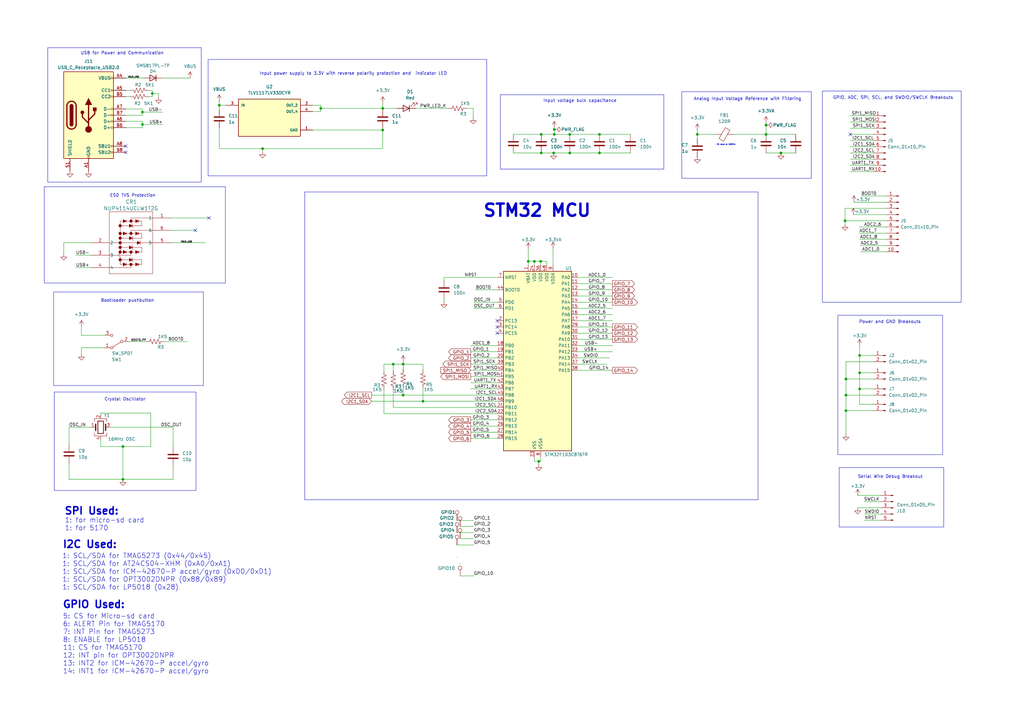
<source format=kicad_sch>
(kicad_sch (version 20230121) (generator eeschema)
  (paper "A3")
  (title_block (title "Microcontroller") (date "2023-07-29") (rev "A0") (company "EEC"))
  (junction (at 352.552 159.512))
  (junction (at 221.742 107.188))
  (junction (at 227.33 55.118))
  (junction (at 165.354 162.052))
  (junction (at 352.552 145.796))
  (junction (at 62.484 38.354))
  (junction (at 346.583 90.551))
  (junction (at 227.33 53.086))
  (junction (at 50.419 196.596))
  (junction (at 245.872 62.738))
  (junction (at 221.996 62.738))
  (junction (at 314.198 51.308))
  (junction (at 245.872 55.118))
  (junction (at 58.42 45.974))
  (junction (at 233.68 55.118))
  (junction (at 220.98 189.23))
  (junction (at 221.996 55.118))
  (junction (at 219.202 107.188))
  (junction (at 227.076 62.738))
  (junction (at 165.354 149.352))
  (junction (at 58.42 51.054))
  (junction (at 320.294 62.738))
  (junction (at 314.198 55.118))
  (junction (at 50.419 183.134))
  (junction (at 156.972 44.45))
  (junction (at 346.964 162.052))
  (junction (at 346.964 155.448))
  (junction (at 89.916 43.18))
  (junction (at 131.572 44.45))
  (junction (at 352.552 152.908))
  (junction (at 107.696 60.96))
  (junction (at 173.482 164.592))
  (junction (at 346.964 168.402))
  (junction (at 233.68 62.738))
  (junction (at 286.004 55.118))
  (junction (at 156.972 53.34))
  (junction (at 216.662 107.188))
  (junction (at 161.29 149.352))
  (no_connect (at 51.562 59.944))
  (no_connect (at 203.962 134.112))
  (no_connect (at 203.962 136.652))
  (no_connect (at 348.742 55.118))
  (no_connect (at 51.562 62.484))
  (no_connect (at 85.725 89.408))
  (no_connect (at 80.137 94.488))
  (no_connect (at 203.962 131.572))
  (wire (pts (xy 358.14 155.448) (xy 346.964 155.448)))
  (wire (pts (xy 170.434 44.45) (xy 183.896 44.45)))
  (wire (pts (xy 58.42 52.324) (xy 51.562 52.324)))
  (wire (pts (xy 220.98 189.23) (xy 220.98 190.5)))
  (wire (pts (xy 45.085 175.26) (xy 70.993 175.26)))
  (wire (pts (xy 41.275 183.134) (xy 50.419 183.134)))
  (wire (pts (xy 156.972 52.578) (xy 156.972 53.34)))
  (wire (pts (xy 251.206 141.732) (xy 236.982 141.732)))
  (wire (pts (xy 354.584 213.36) (xy 361.188 213.36)))
  (wire (pts (xy 193.04 154.432) (xy 203.962 154.432)))
  (wire (pts (xy 251.206 113.792) (xy 236.982 113.792)))
  (wire (pts (xy 193.04 156.972) (xy 203.962 156.972)))
  (wire (pts (xy 157.48 169.672) (xy 203.962 169.672)))
  (wire (pts (xy 251.206 129.032) (xy 236.982 129.032)))
  (wire (pts (xy 187.452 223.52) (xy 194.31 223.52)))
  (wire (pts (xy 37.465 175.26) (xy 28.321 175.26)))
  (wire (pts (xy 348.742 65.278) (xy 358.14 65.278)))
  (wire (pts (xy 314.198 50.292) (xy 314.198 51.308)))
  (wire (pts (xy 363.474 90.551) (xy 346.583 90.551)))
  (wire (pts (xy 326.39 62.738) (xy 320.294 62.738)))
  (wire (pts (xy 251.206 139.192) (xy 236.982 139.192)))
  (wire (pts (xy 187.452 218.44) (xy 194.31 218.44)))
  (wire (pts (xy 187.452 213.487) (xy 194.31 213.487)))
  (wire (pts (xy 352.552 165.862) (xy 352.552 159.512)))
  (wire (pts (xy 128.27 43.18) (xy 131.572 43.18)))
  (wire (pts (xy 51.562 49.784) (xy 58.42 49.784)))
  (wire (pts (xy 33.401 133.985) (xy 33.401 137.541)))
  (wire (pts (xy 89.916 43.18) (xy 92.71 43.18)))
  (wire (pts (xy 58.42 44.704) (xy 58.42 45.974)))
  (wire (pts (xy 348.742 60.198) (xy 358.14 60.198)))
  (wire (pts (xy 70.231 99.568) (xy 84.201 99.568)))
  (wire (pts (xy 220.98 189.23) (xy 221.742 189.23)))
  (wire (pts (xy 314.198 51.308) (xy 314.198 55.118)))
  (wire (pts (xy 28.321 196.596) (xy 50.419 196.596)))
  (wire (pts (xy 251.206 121.412) (xy 236.982 121.412)))
  (wire (pts (xy 194.31 126.492) (xy 203.962 126.492)))
  (wire (pts (xy 50.419 183.134) (xy 50.419 196.596)))
  (wire (pts (xy 194.31 123.952) (xy 203.962 123.952)))
  (wire (pts (xy 131.572 43.18) (xy 131.572 44.45)))
  (wire (pts (xy 227.33 55.118) (xy 233.68 55.118)))
  (wire (pts (xy 348.742 52.578) (xy 358.14 52.578)))
  (wire (pts (xy 173.482 151.638) (xy 173.482 149.352)))
  (wire (pts (xy 31.115 104.648) (xy 37.211 104.648)))
  (wire (pts (xy 58.42 45.974) (xy 66.802 45.974)))
  (wire (pts (xy 221.742 108.712) (xy 221.742 107.188)))
  (wire (pts (xy 51.562 32.004) (xy 58.928 32.004)))
  (wire (pts (xy 156.972 53.34) (xy 156.972 60.96)))
  (wire (pts (xy 31.115 109.728) (xy 37.211 109.728)))
  (wire (pts (xy 350.012 88.011) (xy 363.474 88.011)))
  (wire (pts (xy 286.004 53.34) (xy 286.004 55.118)))
  (wire (pts (xy 194.056 44.45) (xy 194.056 48.26)))
  (wire (pts (xy 61.849 169.418) (xy 61.849 183.134)))
  (wire (pts (xy 173.482 164.592) (xy 203.962 164.592)))
  (wire (pts (xy 60.96 37.084) (xy 62.484 37.084)))
  (wire (pts (xy 224.282 108.712) (xy 224.282 107.188)))
  (wire (pts (xy 156.972 42.164) (xy 156.972 44.45)))
  (wire (pts (xy 28.321 175.26) (xy 28.321 182.372)))
  (wire (pts (xy 161.29 149.352) (xy 161.29 152.146)))
  (wire (pts (xy 346.964 155.448) (xy 346.964 162.052)))
  (wire (pts (xy 26.162 99.568) (xy 26.162 104.14)))
  (wire (pts (xy 70.993 196.596) (xy 50.419 196.596)))
  (wire (pts (xy 42.799 137.541) (xy 33.401 137.541)))
  (wire (pts (xy 348.742 57.658) (xy 358.14 57.658)))
  (wire (pts (xy 165.354 148.336) (xy 165.354 149.352)))
  (wire (pts (xy 165.354 159.004) (xy 165.354 162.052)))
  (wire (pts (xy 161.29 149.352) (xy 165.354 149.352)))
  (wire (pts (xy 236.982 146.812) (xy 249.936 146.812)))
  (wire (pts (xy 326.39 55.118) (xy 314.198 55.118)))
  (wire (pts (xy 346.964 148.336) (xy 346.964 155.448)))
  (wire (pts (xy 352.425 93.091) (xy 363.474 93.091)))
  (wire (pts (xy 89.916 41.402) (xy 89.916 43.18)))
  (wire (pts (xy 358.14 152.908) (xy 352.552 152.908)))
  (wire (pts (xy 358.14 168.402) (xy 346.964 168.402)))
  (wire (pts (xy 53.34 37.084) (xy 51.562 37.084)))
  (wire (pts (xy 33.401 142.621) (xy 33.401 145.161)))
  (wire (pts (xy 251.206 134.112) (xy 236.982 134.112)))
  (wire (pts (xy 251.206 123.952) (xy 236.982 123.952)))
  (wire (pts (xy 221.742 107.188) (xy 224.282 107.188)))
  (wire (pts (xy 131.572 44.45) (xy 156.972 44.45)))
  (wire (pts (xy 193.04 177.292) (xy 203.962 177.292)))
  (wire (pts (xy 233.68 62.738) (xy 245.872 62.738)))
  (wire (pts (xy 193.04 144.272) (xy 203.962 144.272)))
  (wire (pts (xy 156.972 44.45) (xy 156.972 44.958)))
  (wire (pts (xy 348.742 62.738) (xy 358.14 62.738)))
  (wire (pts (xy 41.275 183.134) (xy 41.275 180.34)))
  (wire (pts (xy 348.742 50.038) (xy 358.14 50.038)))
  (wire (pts (xy 107.696 60.96) (xy 156.972 60.96)))
  (wire (pts (xy 51.562 39.624) (xy 53.34 39.624)))
  (wire (pts (xy 219.202 187.452) (xy 219.202 189.23)))
  (wire (pts (xy 221.742 187.452) (xy 221.742 189.23)))
  (wire (pts (xy 188.722 236.22) (xy 194.31 236.22)))
  (wire (pts (xy 193.04 174.752) (xy 203.962 174.752)))
  (wire (pts (xy 236.982 149.352) (xy 248.92 149.352)))
  (wire (pts (xy 251.206 131.572) (xy 236.982 131.572)))
  (wire (pts (xy 348.742 70.358) (xy 358.14 70.358)))
  (wire (pts (xy 194.056 44.45) (xy 191.516 44.45)))
  (wire (pts (xy 58.42 45.974) (xy 58.42 47.244)))
  (wire (pts (xy 152.4 162.052) (xy 165.354 162.052)))
  (wire (pts (xy 293.37 55.118) (xy 286.004 55.118)))
  (wire (pts (xy 236.982 151.892) (xy 251.206 151.892)))
  (wire (pts (xy 41.275 169.418) (xy 61.849 169.418)))
  (wire (pts (xy 358.14 162.052) (xy 346.964 162.052)))
  (wire (pts (xy 251.206 116.332) (xy 236.982 116.332)))
  (wire (pts (xy 352.552 141.732) (xy 352.552 145.796)))
  (wire (pts (xy 193.04 179.832) (xy 203.962 179.832)))
  (wire (pts (xy 320.294 62.738) (xy 314.198 62.738)))
  (wire (pts (xy 193.04 172.212) (xy 203.962 172.212)))
  (wire (pts (xy 51.562 44.704) (xy 58.42 44.704)))
  (wire (pts (xy 245.872 55.118) (xy 258.572 55.118)))
  (wire (pts (xy 350.266 82.804) (xy 350.266 82.931)))
  (wire (pts (xy 219.202 108.712) (xy 219.202 107.188)))
  (wire (pts (xy 58.42 49.784) (xy 58.42 51.054)))
  (wire (pts (xy 193.04 159.512) (xy 203.962 159.512)))
  (wire (pts (xy 157.48 149.352) (xy 161.29 149.352)))
  (wire (pts (xy 358.14 159.512) (xy 352.552 159.512)))
  (wire (pts (xy 66.548 32.004) (xy 77.978 32.004)))
  (wire (pts (xy 70.231 94.488) (xy 80.137 94.488)))
  (wire (pts (xy 352.679 98.171) (xy 363.474 98.171)))
  (wire (pts (xy 52.959 140.081) (xy 59.817 140.081)))
  (wire (pts (xy 203.962 118.872) (xy 195.072 118.872)))
  (wire (pts (xy 354.584 210.82) (xy 361.188 210.82)))
  (wire (pts (xy 70.993 175.26) (xy 70.993 183.388)))
  (wire (pts (xy 348.742 47.498) (xy 358.14 47.498)))
  (wire (pts (xy 157.48 159.766) (xy 157.48 169.672)))
  (wire (pts (xy 182.118 122.682) (xy 182.118 123.698)))
  (wire (pts (xy 58.42 51.054) (xy 66.802 51.054)))
  (wire (pts (xy 236.982 144.272) (xy 251.206 144.272)))
  (wire (pts (xy 131.572 44.45) (xy 131.572 45.72)))
  (wire (pts (xy 216.662 102.108) (xy 216.662 107.188)))
  (wire (pts (xy 188.722 220.98) (xy 194.31 220.98)))
  (wire (pts (xy 219.202 107.188) (xy 221.742 107.188)))
  (wire (pts (xy 70.231 89.408) (xy 85.725 89.408)))
  (wire (pts (xy 89.916 60.96) (xy 107.696 60.96)))
  (wire (pts (xy 221.996 62.738) (xy 227.076 62.738)))
  (wire (pts (xy 221.996 55.118) (xy 227.33 55.118)))
  (wire (pts (xy 354.33 205.74) (xy 361.188 205.74)))
  (wire (pts (xy 165.354 162.052) (xy 203.962 162.052)))
  (wire (pts (xy 152.4 164.592) (xy 173.482 164.592)))
  (wire (pts (xy 188.722 215.9) (xy 194.31 215.9)))
  (wire (pts (xy 353.187 80.391) (xy 363.474 80.391)))
  (wire (pts (xy 352.933 100.711) (xy 363.474 100.711)))
  (wire (pts (xy 89.916 43.18) (xy 89.916 44.958)))
  (wire (pts (xy 245.872 62.738) (xy 258.572 62.738)))
  (wire (pts (xy 41.275 169.418) (xy 41.275 170.18)))
  (wire (pts (xy 351.79 208.28) (xy 361.188 208.28)))
  (wire (pts (xy 193.04 146.812) (xy 203.962 146.812)))
  (wire (pts (xy 346.583 85.471) (xy 363.474 85.471)))
  (wire (pts (xy 193.04 151.892) (xy 203.962 151.892)))
  (wire (pts (xy 216.662 107.188) (xy 216.662 108.712)))
  (wire (pts (xy 227.076 62.738) (xy 233.68 62.738)))
  (wire (pts (xy 350.266 82.931) (xy 363.474 82.931)))
  (wire (pts (xy 226.822 101.854) (xy 226.822 108.712)))
  (wire (pts (xy 358.14 165.862) (xy 352.552 165.862)))
  (wire (pts (xy 62.484 39.624) (xy 60.96 39.624)))
  (wire (pts (xy 346.964 162.052) (xy 346.964 168.402)))
  (wire (pts (xy 161.29 167.132) (xy 203.962 167.132)))
  (wire (pts (xy 131.572 45.72) (xy 128.27 45.72)))
  (wire (pts (xy 227.33 53.086) (xy 227.33 55.118)))
  (wire (pts (xy 348.742 55.118) (xy 358.14 55.118)))
  (wire (pts (xy 210.566 62.738) (xy 221.996 62.738)))
  (wire (pts (xy 193.04 149.352) (xy 203.962 149.352)))
  (wire (pts (xy 361.188 203.2) (xy 351.79 203.2)))
  (wire (pts (xy 28.321 189.992) (xy 28.321 196.596)))
  (wire (pts (xy 37.211 99.568) (xy 26.162 99.568)))
  (wire (pts (xy 50.419 183.134) (xy 61.849 183.134)))
  (wire (pts (xy 58.42 47.244) (xy 51.562 47.244)))
  (wire (pts (xy 128.27 53.34) (xy 156.972 53.34)))
  (wire (pts (xy 188.722 220.98) (xy 188.722 220.853)))
  (wire (pts (xy 352.425 95.631) (xy 363.474 95.631)))
  (wire (pts (xy 173.482 149.352) (xy 165.354 149.352)))
  (wire (pts (xy 62.484 37.084) (xy 62.484 38.354)))
  (wire (pts (xy 358.14 145.796) (xy 352.552 145.796)))
  (wire (pts (xy 346.583 85.471) (xy 346.583 90.551)))
  (wire (pts (xy 286.004 55.118) (xy 286.004 56.896)))
  (wire (pts (xy 352.552 145.796) (xy 352.552 152.908)))
  (wire (pts (xy 162.814 44.45) (xy 156.972 44.45)))
  (wire (pts (xy 300.99 55.118) (xy 314.198 55.118)))
  (wire (pts (xy 352.552 159.512) (xy 352.552 152.908)))
  (wire (pts (xy 346.583 90.551) (xy 346.583 91.948)))
  (wire (pts (xy 70.993 191.008) (xy 70.993 196.596)))
  (wire (pts (xy 251.206 136.652) (xy 236.982 136.652)))
  (wire (pts (xy 65.024 38.354) (xy 65.024 39.878)))
  (wire (pts (xy 251.206 118.872) (xy 236.982 118.872)))
  (wire (pts (xy 358.14 148.336) (xy 346.964 148.336)))
  (wire (pts (xy 188.722 231.14) (xy 188.722 230.886)))
  (wire (pts (xy 233.68 55.118) (xy 245.872 55.118)))
  (wire (pts (xy 348.742 67.818) (xy 358.14 67.818)))
  (wire (pts (xy 157.48 152.146) (xy 157.48 149.352)))
  (wire (pts (xy 165.354 149.352) (xy 165.354 151.384)))
  (wire (pts (xy 286.004 64.516) (xy 286.004 64.262)))
  (wire (pts (xy 173.482 159.258) (xy 173.482 164.592)))
  (wire (pts (xy 210.566 55.118) (xy 221.996 55.118)))
  (wire (pts (xy 352.933 103.251) (xy 363.474 103.251)))
  (wire (pts (xy 251.206 126.492) (xy 236.982 126.492)))
  (wire (pts (xy 182.118 115.062) (xy 182.118 113.792)))
  (wire (pts (xy 62.484 38.354) (xy 62.484 39.624)))
  (wire (pts (xy 107.696 60.96) (xy 107.696 62.23)))
  (wire (pts (xy 58.42 51.054) (xy 58.42 52.324)))
  (wire (pts (xy 216.662 107.188) (xy 219.202 107.188)))
  (wire (pts (xy 42.799 142.621) (xy 33.401 142.621)))
  (wire (pts (xy 161.29 159.766) (xy 161.29 167.132)))
  (wire (pts (xy 62.484 38.354) (xy 65.024 38.354)))
  (wire (pts (xy 219.202 189.23) (xy 220.98 189.23)))
  (wire (pts (xy 89.916 52.578) (xy 89.916 60.96)))
  (wire (pts (xy 193.04 141.732) (xy 203.962 141.732)))
  (wire (pts (xy 187.452 228.6) (xy 187.452 228.473)))
  (wire (pts (xy 346.964 168.402) (xy 346.964 178.054)))
  (wire (pts (xy 227.33 52.324) (xy 227.33 53.086)))
  (wire (pts (xy 67.437 140.081) (xy 76.835 140.081)))
  (wire (pts (xy 182.118 113.792) (xy 203.962 113.792)))
  (rectangle (start 343.662 129.286) (end 386.588 186.436))
  (rectangle (start 205.232 38.862) (end 272.288 69.342))
  (rectangle (start 344.17 191.77) (end 387.096 216.154))
  (rectangle (start 21.971 119.761) (end 83.439 158.115))
  (rectangle (start 124.968 78.74) (end 310.896 204.978))
  (rectangle (start 279.654 37.592) (end 332.74 73.152))
  (rectangle (start 18.161 76.581) (end 92.456 116.078))
  (rectangle (start 85.344 24.384) (end 199.644 72.136))
  (rectangle (start 22.225 160.782) (end 80.391 201.168))
  (rectangle (start 19.558 19.558) (end 82.55 74.676))
  (rectangle (start 337.312 37.338) (end 394.208 123.952))
  (text "Serial Wire Debug Breakout\n" (at 351.79 196.342 0) (effects (font (size 1.27 1.27)) (justify left bottom)))
  (text "I2C Used:\n" (at 25.527 225.171 0) (effects (font (size 3 3) (thickness 0.6) bold) (justify left bottom)))
  (text "ESD TVS Protection" (at 45.085 81.026 0) (effects (font (size 1.27 1.27)) (justify left bottom)))
  (text "Bootloader pushbutton\n" (at 41.275 124.079 0) (effects (font (size 1.27 1.27)) (justify left bottom)))
  (text "GPIO Used:" (at 25.527 249.809 0) (effects (font (size 3 3) (thickness 0.6) bold) (justify left bottom)))
  (text "1: SCL/SDA for TMAG5273 (0x44/0x45)\n1: SCL/SDA for AT24CS04-XHM (0xA0/0xA1)\n1: SCL/SDA for ICM-42670-P accel/gyro (0xD0/0xD1)\n1: SCL/SDA for OPT3002DNPR (0x88/0x89)\n1: SCL/SDA for LP5018 (0x28)\n\n\n\n" (at 25.527 251.841 0) (effects (font (size 2 2)) (justify left bottom)))
  (text "FB value at 100MHz" (at 293.878 59.69 0) (effects (font (size 0.5 0.5)) (justify left bottom)))
  (text "Analog Input Voltage Reference with Filtering\n" (at 284.48 41.402 0) (effects (font (size 1.27 1.27)) (justify left bottom)))
  (text "STM32 MCU" (at 197.866 89.408 0) (effects (font (size 5 5) (thickness 1) bold) (justify left bottom)))
  (text "SPI Used:\n" (at 26.289 211.455 0) (effects (font (size 3 3) (thickness 0.6) bold) (justify left bottom)))
  (text "Power and GND Breakouts\n" (at 352.298 132.842 0) (effects (font (size 1.27 1.27)) (justify left bottom)))
  (text "Crystal Oscillator\n" (at 42.799 164.592 0) (effects (font (size 1.27 1.27)) (justify left bottom)))
  (text "GPIO, ADC, SPI, SCL, and SWDIO/SWCLK Breakouts\n" (at 341.63 40.894 0) (effects (font (size 1.27 1.27)) (justify left bottom)))
  (text "Input power supply to 3.3V with reverse polarity protection and  indicator LED\n" (at 106.426 30.988 0) (effects (font (size 1.27 1.27)) (justify left bottom)))
  (text "USB for Power and Communication\n" (at 33.02 22.606 0) (effects (font (size 1.27 1.27)) (justify left bottom)))
  (text "5: CS for Micro-sd card\n6: ALERT Pin for TMAG5170\n7: INT Pin for TMAG5273\n8: ENABLE for LP5018\n11: CS for TMAG5170\n12: INT pin for OPT3002DNPR\n13: INT2 for ICM-42670-P accel/gyro \n14: INT1 for ICM-42670-P accel/gyro\n\n" (at 25.781 279.781 0) (effects (font (size 2 2)) (justify left bottom)))
  (text "1: for micro-sd card\n1: for 5170\n\n" (at 26.543 221.107 0) (effects (font (size 2 2)) (justify left bottom)))
  (text "Input voltage bulk capacitance\n" (at 222.758 42.164 0) (effects (font (size 1.27 1.27)) (justify left bottom)))
  (label "USB+" (at 31.115 109.728 0))
  (label "GPIO_4" (at 194.31 220.98 0))
  (label "I2C2_SCL" (at 194.818 167.132 0))
  (label "USB+" (at 61.214 51.054 0))
  (label "GPIO_1" (at 194.31 213.487 0))
  (label "I2C1_SCL" (at 349.504 57.658 0))
  (label "SPI1_MOSI" (at 194.31 154.432 0))
  (label "SWCLK" (at 354.33 205.74 0))
  (label "UART1_RX" (at 194.564 159.512 0))
  (label "GPIO_3" (at 193.802 172.212 0))
  (label "GPIO_12" (at 241.3 136.652 0))
  (label "GPIO_6" (at 194.056 179.832 0))
  (label "OSC_OUT" (at 194.31 126.492 0))
  (label "BOOT0_PP" (at 53.721 140.081 0) (effects (font (size 0.8 0.8))))
  (label "UART1_TX" (at 349.2916 67.818 0))
  (label "I2C1_SDA" (at 349.758 60.198 0))
  (label "UART1_TX" (at 194.31 156.972 0))
  (label "GPIO_4" (at 193.802 174.752 0))
  (label "GPIO_9" (at 241.3 121.412 0))
  (label "I2C1_SCL" (at 195.072 162.052 0))
  (label "UART1_RX" (at 349.3342 70.358 0))
  (label "GPIO_8" (at 241.3 118.872 0))
  (label "GPIO_2" (at 194.31 215.9 0))
  (label "I2C1_SDA" (at 194.564 164.592 0))
  (label "GPIO_2" (at 194.056 146.812 0))
  (label "ADC2_5" (at 241.3 126.492 0))
  (label "SWDIO" (at 354.584 210.82 0))
  (label "SWDIO" (at 239.268 146.812 0))
  (label "NRST" (at 354.584 213.36 0))
  (label "GPIO_7" (at 241.3 116.332 0))
  (label "USB+" (at 239.522 144.272 0))
  (label "SPI1_SCK" (at 349.7005 52.578 0))
  (label "ADC1_7" (at 241.3 131.572 0))
  (label "SPI1_MISO" (at 349.25 47.498 0))
  (label "OSC_IN" (at 28.321 175.26 0))
  (label "ADC1_7" (at 352.425 95.631 0))
  (label "GPIO_10" (at 241.3 123.952 0))
  (label "SPI1_SCK" (at 194.056 149.352 0))
  (label "ADC1_0" (at 353.568 103.251 0))
  (label "USB-" (at 239.776 141.732 0))
  (label "GPIO_13" (at 241.3 139.192 0))
  (label "BOOT0" (at 68.961 140.081 0))
  (label "GPIO_1" (at 193.802 144.272 0))
  (label "OSC_IN" (at 194.31 123.952 0))
  (label "GPIO_5" (at 194.31 223.52 0))
  (label "ADC1_0" (at 241.3 113.792 0))
  (label "SPI1_MOSI" (at 349.504 50.038 0))
  (label "PWR_LED_K" (at 172.212 44.45 0))
  (label "ADC1_8" (at 352.679 98.171 0))
  (label "ADC1_8" (at 193.802 141.732 0))
  (label "GPIO_10" (at 194.31 236.22 0))
  (label "SWCLK" (at 238.76 149.352 0))
  (label "GPIO_14" (at 241.554 151.892 0))
  (label "NRST" (at 190.5 113.792 0))
  (label "VBUS_USB" (at 52.324 32.004 0) (effects (font (size 0.6 0.6))))
  (label "VBUS_USB" (at 74.041 99.568 0) (effects (font (size 0.6 0.6))))
  (label "GPIO_3" (at 194.31 218.44 0))
  (label "ADC2_5" (at 352.933 100.711 0))
  (label "OSC_OUT" (at 65.913 175.26 0))
  (label "GPIO_11" (at 241.3 134.112 0))
  (label "GPIO_5" (at 193.802 177.292 0))
  (label "ADC2_6" (at 354.33 93.091 0))
  (label "BOOT0" (at 353.187 80.391 0))
  (label "I2C2_SCL" (at 349.758 62.738 0))
  (label "BOOT0" (at 195.072 118.872 0))
  (label "USB-" (at 31.115 104.648 0))
  (label "I2C2_SDA" (at 194.818 169.672 0))
  (label "SPI1_MISO" (at 194.056 151.892 0))
  (label "USB-" (at 60.96 45.974 0))
  (label "I2C2_SDA" (at 349.758 65.278 0))
  (label "ADC2_6" (at 241.3 129.032 0))
  (global_label "GPIO_1" (shape output) (at 193.04 144.272 180) (property "Intersheetrefs" "${INTERSHEET_REFS}" (effects hide)))
  (global_label "GPIO_10" (shape output) (at 251.206 123.952 0) (property "Intersheetrefs" "${INTERSHEET_REFS}" (effects hide)))
  (global_label "GPIO_11" (shape output) (at 251.206 134.112 0) (property "Intersheetrefs" "${INTERSHEET_REFS}" (effects hide)))
  (global_label "GPIO_12" (shape output) (at 251.206 136.652 0) (property "Intersheetrefs" "${INTERSHEET_REFS}" (effects hide)))
  (global_label "GPIO_2" (shape output) (at 193.04 146.812 180) (property "Intersheetrefs" "${INTERSHEET_REFS}" (effects hide)))
  (global_label "GPIO_3" (shape output) (at 193.04 172.212 180) (property "Intersheetrefs" "${INTERSHEET_REFS}" (effects hide)))
  (global_label "GPIO_4" (shape output) (at 193.04 174.752 180) (property "Intersheetrefs" "${INTERSHEET_REFS}" (effects hide)))
  (global_label "I2C1_SDA" (shape bidirectional) (at 152.4 164.592 180) (property "Intersheetrefs" "${INTERSHEET_REFS}" (effects hide)))
  (global_label "GPIO_9" (shape output) (at 251.206 121.412 0) (property "Intersheetrefs" "${INTERSHEET_REFS}" (effects hide)))
  (global_label "SPI1_MOSI" (shape output) (at 193.04 154.432 180) (property "Intersheetrefs" "${INTERSHEET_REFS}" (effects hide)))
  (global_label "GPIO_5" (shape output) (at 193.04 177.292 180) (property "Intersheetrefs" "${INTERSHEET_REFS}" (effects hide)))
  (global_label "GPIO_13" (shape output) (at 251.206 139.192 0) (property "Intersheetrefs" "${INTERSHEET_REFS}" (effects hide)))
  (global_label "GPIO_14" (shape output) (at 251.206 151.892 0) (property "Intersheetrefs" "${INTERSHEET_REFS}" (effects hide)))
  (global_label "GPIO_6" (shape output) (at 193.04 179.832 180) (property "Intersheetrefs" "${INTERSHEET_REFS}" (effects hide)))
  (global_label "SPI1_MISO" (shape input) (at 193.04 151.892 180) (property "Intersheetrefs" "${INTERSHEET_REFS}" (effects hide)))
  (global_label "I2C1_SCL" (shape output) (at 152.4 162.052 180) (property "Intersheetrefs" "${INTERSHEET_REFS}" (effects hide)))
  (global_label "SPI1_SCK" (shape output) (at 193.04 149.352 180) (property "Intersheetrefs" "${INTERSHEET_REFS}" (effects hide)))
  (global_label "GPIO_7" (shape output) (at 251.206 116.332 0) (property "Intersheetrefs" "${INTERSHEET_REFS}" (effects hide)))
  (global_label "GPIO_8" (shape output) (at 251.206 118.872 0) (property "Intersheetrefs" "${INTERSHEET_REFS}" (effects hide)))
  (symbol (lib_id "Connector:Conn_01x02_Pin") (at 363.22 159.512 0) (mirror y) (unit 1)
    (property "Reference" "J7" (at 364.49 159.512 0) (effects (justify right)))
    (property "Value" "Conn_01x02_Pin" (at 364.49 162.052 0) (effects (justify right)))
    (property "Footprint" "Connector_PinHeader_1.00mm:PinHeader_1x02_P1.00mm_Vertical" (effects hide))
  )
  (symbol (lib_id "Device:R_US") (at 187.706 44.45 270) (unit 1)
    (property "Reference" "R3" (at 189.992 46.736 90))
    (property "Value" "1K5" (at 190.754 42.418 90))
    (property "Footprint" "Resistor_SMD:R_0603_1608Metric_Pad0.98x0.95mm_HandSolder" (effects hide))
  )
  (symbol (lib_id "Device:C") (at 89.916 48.768 0) (unit 1)
    (property "Reference" "C11" (at 93.726 47.498 0) (effects (justify left)))
    (property "Value" "1u" (at 93.726 50.038 0) (effects (justify left)))
    (property "Footprint" "Capacitor_SMD:C_0603_1608Metric_Pad1.08x0.95mm_HandSolder" (effects hide))
    (property "MP" "C0805C105Z4VAC7800" (effects hide))
  )
  (symbol (lib_id "Device:C") (at 286.004 60.706 0) (mirror y) (unit 1)
    (property "Reference" "C7" (at 282.194 59.436 0) (effects (justify left)))
    (property "Value" "1u" (at 282.194 61.976 0) (effects (justify left)))
    (property "Footprint" "Capacitor_SMD:C_0603_1608Metric_Pad1.08x0.95mm_HandSolder" (effects hide))
    (property "MP" "C0805C105Z4VAC7800" (effects hide))
    (instances (project "SensorControlBoard" (path "" (reference "C7") (unit 1)) (path "" (reference "C2") (unit 1))))
  )
  (symbol (lib_id "Connector:TestPoint") (at 187.452 223.52 0) (unit 1)
    (property "Reference" "GPIO5" (at 180.086 220.091 0) (effects (justify left)))
    (property "Value" "TestPoint" (effects hide))
    (property "Footprint" "TestPoint:TestPoint_Pad_1.0x1.0mm" (effects hide))
  )
  (symbol (lib_id "power:GND") (at 220.98 190.5 0) (unit 1)
    (property "Reference" "#PWR01" (effects hide))
    (property "Value" "GND" (effects hide))
    (instances (project "SensorControlBoard" (path "" (reference "#PWR01") (unit 1)) (path "" (reference "#PWR08") (unit 1))))
  )
  (symbol (lib_id "Device:R_US") (at 157.48 155.956 0) (unit 1)
    (property "Reference" "R3" (at 154.686 157.988 0))
    (property "Value" "1K5" (at 154.686 159.766 0))
    (property "Footprint" "Resistor_SMD:R_0603_1608Metric_Pad0.98x0.95mm_HandSolder" (effects hide))
    (instances (project "SensorControlBoard" (path "" (reference "R3") (unit 1)) (path "" (reference "R8") (unit 1))))
  )
  (symbol (lib_id "TLV1117LV33DCYR:TLV1117LV33DCYR") (at 110.49 48.26 0) (unit 1)
    (property "Reference" "U2" (at 110.49 35.56 0))
    (property "Value" "TLV1117LV33DCYR" (at 110.49 38.1 0))
    (property "Footprint" "TLV1117LV33DCYR:VREG_TLV1117LV33DCYR" (effects hide))
    (property "MF" "Texas Instruments" (effects hide))
    (property "MAXIMUM_PACKAGE_HEIGHT" "1.80 mm" (effects hide))
    (property "Package" "SOT-223-4 Texas Instruments" (effects hide))
    (property "Price" "None" (effects hide))
    (property "Check_prices" "https://www.snapeda.com/parts/TLV1117LV33DCYR/Texas+Instruments/view-part/?ref=eda" (effects hide))
    (property "STANDARD" "IPC-7351B" (effects hide))
    (property "PARTREV" "B" (effects hide))
    (property "SnapEDA_Link" "https://www.snapeda.com/parts/TLV1117LV33DCYR/Texas+Instruments/view-part/?ref=snap" (effects hide))
    (property "MP" "TLV1117LV33DCYR" (effects hide))
    (property "Purchase-URL" "https://www.snapeda.com/api/url_track_click_mouser/?unipart_id=229607&manufacturer=Texas Instruments&part_name=TLV1117LV33DCYR&search_term=tlv1117lv33dcyr" (effects hide))
    (property "Description" "\n1-A, low-dropout voltage regulator\n" (effects hide))
    (property "Availability" "In Stock" (effects hide))
    (property "MANUFACTURER" "Texas Instruments" (effects hide))
  )
  (symbol (lib_id "Device:C") (at 245.872 58.928 0) (unit 1)
    (property "Reference" "C1" (at 249.682 57.658 0) (effects (justify left)))
    (property "Value" "100n" (at 249.682 60.198 0) (effects (justify left)))
    (property "Footprint" "Capacitor_SMD:C_0603_1608Metric_Pad1.08x0.95mm_HandSolder" (effects hide))
    (property "MP" "C0805C104K5RAC7210" (effects hide))
    (instances (project "SensorControlBoard" (path "" (reference "C1") (unit 1)) (path "" (reference "C6") (unit 1))))
  )
  (symbol (lib_id "power:PWR_FLAG") (at 227.33 53.086 270) (unit 1)
    (property "Reference" "#FLG02" (effects hide))
    (property "Value" "PWR_FLAG" (at 230.124 53.086 90) (effects (justify left)))
  )
  (symbol (lib_id "power:GND") (at 26.162 104.14 0) (mirror y) (unit 1)
    (property "Reference" "#PWR012" (effects hide))
    (property "Value" "GND" (effects hide))
    (instances (project "SensorControlBoard" (path "" (reference "#PWR012") (unit 1)) (path "" (reference "#PWR065") (unit 1))))
  )
  (symbol (lib_id "power:VBUS") (at 89.916 41.402 0) (unit 1)
    (property "Reference" "#PWR018" (effects hide))
    (property "Value" "VBUS" (at 89.916 36.576 0))
    (instances (project "SensorControlBoard" (path "" (reference "#PWR018") (unit 1)) (path "" (reference "#PWR042") (unit 1))))
  )
  (symbol (lib_id "MCU_ST_STM32F1:STM32F103C8Tx") (at 219.202 149.352 0) (unit 1)
    (property "Reference" "U1" (at 231.902 109.982 0) (effects (justify left)))
    (property "Value" "STM32F103C8T6TR" (at 223.266 186.436 0) (effects (justify left)))
    (property "Footprint" "Package_QFP:LQFP-48_7x7mm_P0.5mm" (effects hide))
    (property "Datasheet" "https://www.st.com/resource/en/datasheet/stm32f103c8.pdf" (effects hide))
  )
  (symbol (lib_id "power:GND") (at 227.076 62.738 0) (unit 1)
    (property "Reference" "#PWR03" (effects hide))
    (property "Value" "GND" (effects hide))
    (instances (project "SensorControlBoard" (path "" (reference "#PWR03") (unit 1)) (path "" (reference "#PWR06") (unit 1))))
  )
  (symbol (lib_id "power:+3.3V") (at 351.79 203.2 0) (unit 1)
    (property "Reference" "#PWR02" (effects hide))
    (property "Value" "+3.3V" (at 351.79 199.39 0))
    (instances (project "SensorControlBoard" (path "" (reference "#PWR02") (unit 1)) (path "" (reference "#PWR049") (unit 1))))
  )
  (symbol (lib_id "power:+3.3V") (at 227.33 52.324 0) (unit 1)
    (property "Reference" "#PWR021" (effects hide))
    (property "Value" "+3.3V" (at 227.33 47.244 0))
    (instances (project "SensorControlBoard" (path "" (reference "#PWR021") (unit 1)) (path "" (reference "#PWR07") (unit 1))))
  )
  (symbol (lib_id "Device:R_US") (at 165.354 155.194 0) (mirror x) (unit 1)
    (property "Reference" "R4" (at 167.894 157.48 0))
    (property "Value" "1K5" (at 167.894 159.004 0))
    (property "Footprint" "Resistor_SMD:R_0603_1608Metric_Pad0.98x0.95mm_HandSolder" (effects hide))
  )
  (symbol (lib_id "power:GND") (at 351.79 208.28 0) (unit 1)
    (property "Reference" "#PWR01" (effects hide))
    (property "Value" "GND" (effects hide))
    (instances (project "SensorControlBoard" (path "" (reference "#PWR01") (unit 1)) (path "" (reference "#PWR050") (unit 1))))
  )
  (symbol (lib_id "power:GND") (at 320.294 62.738 0) (mirror y) (unit 1)
    (property "Reference" "#PWR05" (effects hide))
    (property "Value" "GND" (effects hide))
    (instances (project "SensorControlBoard" (path "" (reference "#PWR05") (unit 1)) (path "" (reference "#PWR022") (unit 1))))
  )
  (symbol (lib_id "Device:C") (at 182.118 118.872 0) (unit 1)
    (property "Reference" "C8" (at 185.928 117.602 0) (effects (justify left)))
    (property "Value" "100n" (at 185.928 120.142 0) (effects (justify left)))
    (property "Footprint" "Capacitor_SMD:C_0603_1608Metric_Pad1.08x0.95mm_HandSolder" (effects hide))
    (property "MP" "C0805C104K5RAC7210" (effects hide))
  )
  (symbol (lib_id "power:GND") (at 28.702 70.104 0) (mirror y) (unit 1)
    (property "Reference" "#PWR012" (effects hide))
    (property "Value" "GND" (effects hide))
    (instances (project "SensorControlBoard" (path "" (reference "#PWR012") (unit 1)) (path "" (reference "#PWR046") (unit 1))))
  )
  (symbol (lib_id "Device:Crystal_GND24") (at 41.275 175.26 0) (unit 1)
    (property "Reference" "Y1" (at 43.815 170.434 0))
    (property "Value" "16MHz OSC" (at 49.911 180.086 0))
    (property "Footprint" "Crystal:Crystal_SMD_3225-4Pin_3.2x2.5mm_HandSoldering" (effects hide))
    (property "PN" "X322516MMB4SI" (effects hide))
  )
  (symbol (lib_id "Connector:Conn_01x02_Pin") (at 363.22 152.908 0) (mirror y) (unit 1)
    (property "Reference" "J6" (at 364.49 152.908 0) (effects (justify right)))
    (property "Value" "Conn_01x02_Pin" (at 364.49 155.448 0) (effects (justify right)))
    (property "Footprint" "Connector_PinHeader_1.00mm:PinHeader_1x02_P1.00mm_Vertical" (effects hide))
  )
  (symbol (lib_id "power:GND") (at 182.118 123.698 0) (unit 1)
    (property "Reference" "#PWR08" (effects hide))
    (property "Value" "GND" (effects hide))
    (instances (project "SensorControlBoard" (path "" (reference "#PWR08") (unit 1)) (path "" (reference "#PWR02") (unit 1))))
  )
  (symbol (lib_id "Device:C") (at 326.39 58.928 0) (mirror y) (unit 1)
    (property "Reference" "C5" (at 322.58 57.658 0) (effects (justify left)))
    (property "Value" "10n" (at 322.58 60.198 0) (effects (justify left)))
    (property "Footprint" "Capacitor_SMD:C_0603_1608Metric_Pad1.08x0.95mm_HandSolder" (effects hide))
    (property "MP" "C0805C103K1RAC7800" (effects hide))
    (instances (project "SensorControlBoard" (path "" (reference "C5") (unit 1)) (path "" (reference "C7") (unit 1))))
  )
  (symbol (lib_id "power:GND") (at 107.696 62.23 0) (unit 1)
    (property "Reference" "#PWR017" (effects hide))
    (property "Value" "GND" (effects hide))
    (instances (project "SensorControlBoard" (path "" (reference "#PWR017") (unit 1)) (path "" (reference "#PWR019") (unit 1))))
  )
  (symbol (lib_id "Connector:TestPoint") (at 188.722 220.853 0) (unit 1)
    (property "Reference" "GPIO4" (at 180.594 217.424 0) (effects (justify left)))
    (property "Value" "TestPoint" (effects hide))
    (property "Footprint" "TestPoint:TestPoint_Pad_1.0x1.0mm" (effects hide))
  )
  (symbol (lib_id "Connector:TestPoint") (at 187.452 213.487 0) (unit 1)
    (property "Reference" "GPIO1" (at 180.848 210.058 0) (effects (justify left)))
    (property "Value" "TestPoint" (effects hide))
    (property "Footprint" "TestPoint:TestPoint_Pad_1.0x1.0mm" (effects hide))
  )
  (symbol (lib_id "power:+3.3V") (at 33.401 133.985 0) (unit 1)
    (property "Reference" "#PWR010" (effects hide))
    (property "Value" "+3.3V" (at 33.401 128.905 0))
  )
  (symbol (lib_id "Connector:Conn_01x10_Pin") (at 363.22 57.658 0) (mirror y) (unit 1)
    (property "Reference" "J5" (at 363.982 57.658 0) (effects (justify right)))
    (property "Value" "Conn_01x10_Pin" (at 363.982 60.198 0) (effects (justify right)))
    (property "Footprint" "Connector_PinHeader_1.00mm:PinHeader_1x10_P1.00mm_Vertical" (effects hide))
  )
  (symbol (lib_id "Connector:Conn_01x02_Pin") (at 363.22 145.796 0) (mirror y) (unit 1)
    (property "Reference" "J2" (at 364.49 145.796 0) (effects (justify right)))
    (property "Value" "Conn_01x02_Pin" (at 364.49 148.336 0) (effects (justify right)))
    (property "Footprint" "Connector_PinHeader_1.00mm:PinHeader_1x02_P1.00mm_Vertical" (effects hide))
  )
  (symbol (lib_id "power:GND") (at 33.401 145.161 0) (unit 1)
    (property "Reference" "#PWR09" (effects hide))
    (property "Value" "GND" (effects hide))
    (instances (project "SensorControlBoard" (path "" (reference "#PWR09") (unit 1)) (path "" (reference "#PWR012") (unit 1))))
  )
  (symbol (lib_id "Device:C") (at 314.198 58.928 0) (mirror y) (unit 1)
    (property "Reference" "C6" (at 310.388 57.658 0) (effects (justify left)))
    (property "Value" "1u" (at 310.388 60.198 0) (effects (justify left)))
    (property "Footprint" "Capacitor_SMD:C_0603_1608Metric_Pad1.08x0.95mm_HandSolder" (effects hide))
    (property "MP" "C0805C105Z4VAC7800" (effects hide))
    (instances (project "SensorControlBoard" (path "" (reference "C6") (unit 1)) (path "" (reference "C5") (unit 1))))
  )
  (symbol (lib_id "Device:C") (at 28.321 186.182 0) (unit 1)
    (property "Reference" "C9" (at 32.131 184.912 0) (effects (justify left)))
    (property "Value" "10p" (at 32.131 187.452 0) (effects (justify left)))
    (property "Footprint" "Capacitor_SMD:C_0603_1608Metric_Pad1.08x0.95mm_HandSolder" (effects hide))
    (property "MP" "C0805C100F3HAC7800" (effects hide))
  )
  (symbol (lib_id "power:+3.3V") (at 350.012 88.011 0) (unit 1)
    (property "Reference" "#PWR02" (effects hide))
    (property "Value" "+3.3V" (at 353.568 86.741 0))
    (instances (project "SensorControlBoard" (path "" (reference "#PWR02") (unit 1)) (path "" (reference "#PWR064") (unit 1))))
  )
  (symbol (lib_id "NUP4114:NUP4114UCLW1T2G") (at 37.211 99.568 0) (unit 1)
    (property "Reference" "CR1" (at 53.848 82.804 0) (effects (font (size 1.524 1.524))))
    (property "Value" "NUP4114UCLW1T2G" (at 53.721 85.471 0) (effects (font (size 1.524 1.524))))
    (property "Footprint" "NUP4114:SC-88&slash_SC70-6&slash_SOT-363_419B-02_ONS_OSI-M" (effects hide))
    (property "Datasheet" "NUP4114UCLW1T2G" (effects hide))
  )
  (symbol (lib_id "Device:C") (at 210.566 58.928 0) (unit 1)
    (property "Reference" "C4" (at 214.376 57.658 0) (effects (justify left)))
    (property "Value" "10u" (at 214.376 60.198 0) (effects (justify left)))
    (property "Footprint" "Capacitor_SMD:C_0603_1608Metric_Pad1.08x0.95mm_HandSolder" (effects hide))
    (property "MP" "C0805C106K8PAC7800" (effects hide))
    (instances (project "SensorControlBoard" (path "" (reference "C4") (unit 1)) (path "" (reference "C1") (unit 1))))
  )
  (symbol (lib_id "power:+3.3VA") (at 314.198 50.292 0) (mirror y) (unit 1)
    (property "Reference" "#PWR022" (effects hide))
    (property "Value" "+3.3VA" (at 314.198 45.466 0))
    (instances (project "SensorControlBoard" (path "" (reference "#PWR022") (unit 1)) (path "" (reference "#PWR021") (unit 1))))
  )
  (symbol (lib_id "Device:C") (at 221.996 58.928 0) (unit 1)
    (property "Reference" "C3" (at 225.806 57.658 0) (effects (justify left)))
    (property "Value" "100n" (at 225.806 60.198 0) (effects (justify left)))
    (property "Footprint" "Capacitor_SMD:C_0603_1608Metric_Pad1.08x0.95mm_HandSolder" (effects hide))
    (property "MP" "C0805C104K5RAC7210" (effects hide))
  )
  (symbol (lib_id "Device:R_US") (at 161.29 155.956 0) (unit 1)
    (property "Reference" "R3" (at 163.322 158.496 0))
    (property "Value" "1K5" (at 163.322 160.274 0))
    (property "Footprint" "Resistor_SMD:R_0603_1608Metric_Pad0.98x0.95mm_HandSolder" (effects hide))
    (instances (project "SensorControlBoard" (path "" (reference "R3") (unit 1)) (path "" (reference "R9") (unit 1))))
  )
  (symbol (lib_id "Device:C") (at 233.68 58.928 0) (unit 1)
    (property "Reference" "C2" (at 237.49 57.658 0) (effects (justify left)))
    (property "Value" "100n" (at 237.49 60.198 0) (effects (justify left)))
    (property "Footprint" "Capacitor_SMD:C_0603_1608Metric_Pad1.08x0.95mm_HandSolder" (effects hide))
    (property "MP" "C0805C104K5RAC7210" (effects hide))
    (instances (project "SensorControlBoard" (path "" (reference "C2") (unit 1)) (path "" (reference "C4") (unit 1))))
  )
  (symbol (lib_id "Device:R_US") (at 63.627 140.081 270) (unit 1)
    (property "Reference" "R3" (at 65.913 142.367 90))
    (property "Value" "1K5" (at 66.675 138.049 90))
    (property "Footprint" "Resistor_SMD:R_0603_1608Metric_Pad0.98x0.95mm_HandSolder" (effects hide))
    (instances (project "SensorControlBoard" (path "" (reference "R3") (unit 1)) (path "" (reference "R2") (unit 1))))
  )
  (symbol (lib_id "power:+3.3V") (at 286.004 53.34 0) (mirror y) (unit 1)
    (property "Reference" "#PWR07" (effects hide))
    (property "Value" "+3.3V" (at 286.004 48.26 0))
    (instances (project "SensorControlBoard" (path "" (reference "#PWR07") (unit 1)) (path "" (reference "#PWR03") (unit 1))))
  )
  (symbol (lib_id "Device:R_US") (at 57.15 37.084 270) (mirror x) (unit 1)
    (property "Reference" "R2" (at 56.642 34.798 90))
    (property "Value" "5K1" (at 61.468 34.798 90))
    (property "Footprint" "Resistor_SMD:R_0603_1608Metric_Pad0.98x0.95mm_HandSolder" (effects hide))
    (instances (project "SensorControlBoard" (path "" (reference "R2") (unit 1)) (path "" (reference "R15") (unit 1))))
  )
  (symbol (lib_id "power:+3.3VA") (at 226.822 101.854 0) (mirror y) (unit 1)
    (property "Reference" "#PWR022" (effects hide))
    (property "Value" "+3.3VA" (at 226.822 98.298 0))
    (instances (project "SensorControlBoard" (path "" (reference "#PWR022") (unit 1)) (path "" (reference "#PWR032") (unit 1))))
  )
  (symbol (lib_id "Connector:TestPoint") (at 188.722 236.22 0) (unit 1)
    (property "Reference" "GPIO10" (at 179.578 233.045 0) (effects (justify left)))
    (property "Value" "TestPoint" (effects hide))
    (property "Footprint" "TestPoint:TestPoint_Pad_1.0x1.0mm" (effects hide))
  )
  (symbol (lib_id "power:VBUS") (at 77.978 32.004 0) (mirror y) (unit 1)
    (property "Reference" "#PWR013" (effects hide))
    (property "Value" "VBUS" (at 77.978 27.178 0))
    (instances (project "SensorControlBoard" (path "" (reference "#PWR013") (unit 1)) (path "" (reference "#PWR043") (unit 1))))
  )
  (symbol (lib_id "Connector:USB_C_Receptacle_USB2.0") (at 36.322 47.244 0) (unit 1)
    (property "Reference" "J11" (at 36.322 25.146 0))
    (property "Value" "USB_C_Receptacle_USB2.0" (at 36.322 27.686 0))
    (property "Footprint" "USBC:USB_C_Receptacle_HRO_TYPE-C-31-M-12" (effects hide))
    (property "Datasheet" "https://www.usb.org/sites/default/files/documents/usb_type-c.zip" (effects hide))
  )
  (symbol (lib_id "Connector:Conn_01x05_Pin") (at 366.268 208.28 0) (mirror y) (unit 1)
    (property "Reference" "J10" (at 367.792 209.55 0) (effects (justify right)))
    (property "Value" "Conn_01x05_Pin" (at 367.792 207.01 0) (effects (justify right)))
    (property "Footprint" "Connector_PinHeader_1.00mm:PinHeader_1x05_P1.00mm_Vertical" (effects hide))
  )
  (symbol (lib_id "power:GND") (at 194.056 48.26 0) (unit 1)
    (property "Reference" "#PWR020" (effects hide))
    (property "Value" "GND" (effects hide))
  )
  (symbol (lib_id "Connector:TestPoint") (at 188.722 215.9 0) (unit 1)
    (property "Reference" "GPIO2" (at 180.34 212.471 0) (effects (justify left)))
    (property "Value" "TestPoint" (effects hide))
    (property "Footprint" "TestPoint:TestPoint_Pad_1.0x1.0mm" (effects hide))
  )
  (symbol (lib_id "power:+3.3V") (at 216.662 102.108 0) (unit 1)
    (property "Reference" "#PWR02" (effects hide))
    (property "Value" "+3.3V" (at 216.662 98.298 0))
    (instances (project "SensorControlBoard" (path "" (reference "#PWR02") (unit 1)) (path "" (reference "#PWR04") (unit 1))))
  )
  (symbol (lib_id "Device:C") (at 70.993 187.198 0) (unit 1)
    (property "Reference" "C10" (at 74.803 185.928 0) (effects (justify left)))
    (property "Value" "10p" (at 74.803 188.468 0) (effects (justify left)))
    (property "Footprint" "Capacitor_SMD:C_0603_1608Metric_Pad1.08x0.95mm_HandSolder" (effects hide))
    (property "MP" "C0805C100F3HAC7800" (effects hide))
  )
  (symbol (lib_id "power:GND") (at 346.964 178.054 0) (unit 1)
    (property "Reference" "#PWR015" (effects hide))
    (property "Value" "GND" (effects hide))
  )
  (symbol (lib_id "Device:C") (at 258.572 58.928 0) (unit 1)
    (property "Reference" "C1" (at 262.382 57.658 0) (effects (justify left)))
    (property "Value" "100n" (at 262.382 60.198 0) (effects (justify left)))
    (property "Footprint" "Capacitor_SMD:C_0603_1608Metric_Pad1.08x0.95mm_HandSolder" (effects hide))
    (property "MP" "C0805C104K5RAC7210" (effects hide))
    (instances (project "SensorControlBoard" (path "" (reference "C1") (unit 1)) (path "" (reference "C15") (unit 1))))
  )
  (symbol (lib_id "power:+3.3V") (at 156.972 42.164 0) (unit 1)
    (property "Reference" "#PWR019" (effects hide))
    (property "Value" "+3.3V" (at 156.972 37.084 0))
    (instances (project "SensorControlBoard" (path "" (reference "#PWR019") (unit 1)) (path "" (reference "#PWR018") (unit 1))))
  )
  (symbol (lib_id "power:+3.3V") (at 352.552 141.732 0) (unit 1)
    (property "Reference" "#PWR016" (effects hide))
    (property "Value" "+3.3V" (at 352.552 137.668 0))
  )
  (symbol (lib_id "Connector:Conn_01x02_Pin") (at 363.22 165.862 0) (mirror y) (unit 1)
    (property "Reference" "J8" (at 364.49 165.862 0) (effects (justify right)))
    (property "Value" "Conn_01x02_Pin" (at 364.49 168.402 0) (effects (justify right)))
    (property "Footprint" "Connector_PinHeader_1.00mm:PinHeader_1x02_P1.00mm_Vertical" (effects hide))
  )
  (symbol (lib_id "Device:LED") (at 166.624 44.45 180) (unit 1)
    (property "Reference" "D1" (at 168.2115 37.592 0))
    (property "Value" "Red" (at 168.2115 40.132 0))
    (property "Footprint" "LED_SMD:LED_0603_1608Metric_Pad1.05x0.95mm_HandSolder" (effects hide))
    (property "MP" "150060AS75003" (effects hide))
  )
  (symbol (lib_id "Device:R_US") (at 173.482 155.448 0) (mirror x) (unit 1)
    (property "Reference" "R5" (at 176.022 157.734 0))
    (property "Value" "1K5" (at 175.768 159.766 0))
    (property "Footprint" "Resistor_SMD:R_0603_1608Metric_Pad0.98x0.95mm_HandSolder" (effects hide))
  )
  (symbol (lib_id "Switch:SW_SPDT") (at 47.879 140.081 180) (unit 1)
    (property "Reference" "SW1" (at 47.879 147.447 0))
    (property "Value" "SW_SPDT" (at 50.165 144.907 0))
    (property "Footprint" "Connector:FanPinHeader_1x03_P2.54mm_Vertical" (effects hide))
    (property "MP" "EG1218" (effects hide))
  )
  (symbol (lib_id "power:GND") (at 36.322 70.104 0) (mirror y) (unit 1)
    (property "Reference" "#PWR012" (effects hide))
    (property "Value" "GND" (effects hide))
    (instances (project "SensorControlBoard" (path "" (reference "#PWR012") (unit 1)) (path "" (reference "#PWR017") (unit 1))))
  )
  (symbol (lib_id "power:+3.3V") (at 165.354 148.336 0) (mirror y) (unit 1)
    (property "Reference" "#PWR023" (effects hide))
    (property "Value" "+3.3V" (at 165.354 143.256 0))
    (instances (project "SensorControlBoard" (path "" (reference "#PWR023") (unit 1)) (path "" (reference "#PWR01") (unit 1))))
  )
  (symbol (lib_id "Device:FerriteBead") (at 297.18 55.118 90) (unit 1)
    (property "Reference" "FB1" (at 297.1292 47.244 90))
    (property "Value" "120R" (at 297.1292 49.784 90))
    (property "Footprint" "Resistor_SMD:R_0603_1608Metric_Pad0.98x0.95mm_HandSolder" (effects hide))
    (property "MP" "2508051217Y6" (effects hide))
  )
  (symbol (lib_id "Device:C") (at 156.972 48.768 0) (unit 1)
    (property "Reference" "C11" (at 160.782 47.498 0) (effects (justify left)))
    (property "Value" "1u" (at 160.782 50.038 0) (effects (justify left)))
    (property "Footprint" "Capacitor_SMD:C_0603_1608Metric_Pad1.08x0.95mm_HandSolder" (effects hide))
    (property "MP" "C0805C105Z4VAC7800" (effects hide))
    (instances (project "SensorControlBoard" (path "" (reference "C11") (unit 1)) (path "" (reference "C12") (unit 1))))
  )
  (symbol (lib_id "Diode:1N4001") (at 62.738 32.004 180) (unit 1)
    (property "Reference" "D4" (at 62.738 29.21 0))
    (property "Value" "SM5817PL-TP" (at 62.738 26.924 0))
    (property "Footprint" "Diode_SMD:D_SOD-123" (effects hide))
    (property "Datasheet" "http://www.vishay.com/docs/88503/1n4001.pdf" (effects hide))
    (property "Sim.Device" "D" (effects hide))
    (property "Sim.Pins" "1=K 2=A" (effects hide))
    (property "MP" "SM5817PL-TP" (effects hide))
  )
  (symbol (lib_id "Connector:Conn_01x10_Pin") (at 368.554 90.551 0) (mirror y) (unit 1)
    (property "Reference" "J5" (at 369.316 90.551 0) (effects (justify right)))
    (property "Value" "Conn_01x10_Pin" (at 369.316 93.091 0) (effects (justify right)))
    (property "Footprint" "Connector_PinHeader_1.00mm:PinHeader_1x10_P1.00mm_Vertical" (effects hide))
    (instances (project "SensorControlBoard" (path "" (reference "J5") (unit 1)) (path "" (reference "J4") (unit 1))))
  )
  (symbol (lib_id "power:GND") (at 65.024 39.878 0) (mirror y) (unit 1)
    (property "Reference" "#PWR012" (effects hide))
    (property "Value" "GND" (effects hide))
    (instances (project "SensorControlBoard" (path "" (reference "#PWR012") (unit 1)) (path "" (reference "#PWR045") (unit 1))))
  )
  (symbol (lib_id "power:GND") (at 50.419 196.596 0) (unit 1)
    (property "Reference" "#PWR011" (effects hide))
    (property "Value" "GND" (effects hide))
  )
  (symbol (lib_id "Connector:TestPoint") (at 187.452 218.44 0) (unit 1)
    (property "Reference" "GPIO3" (at 180.086 215.011 0) (effects (justify left)))
    (property "Value" "TestPoint" (effects hide))
    (property "Footprint" "TestPoint:TestPoint_Pad_1.0x1.0mm" (effects hide))
  )
  (symbol (lib_id "power:+3.3V") (at 350.266 82.804 0) (unit 1)
    (property "Reference" "#PWR02" (effects hide))
    (property "Value" "+3.3V" (at 353.949 81.788 0))
    (instances (project "SensorControlBoard" (path "" (reference "#PWR02") (unit 1)) (path "" (reference "#PWR044") (unit 1))))
  )
  (symbol (lib_id "power:PWR_FLAG") (at 314.198 51.308 270) (unit 1)
    (property "Reference" "#FLG01" (effects hide))
    (property "Value" "PWR_FLAG" (at 316.992 51.308 90) (effects (justify left)))
  )
  (symbol (lib_id "power:GND") (at 286.004 64.262 0) (mirror y) (unit 1)
    (property "Reference" "#PWR06" (effects hide))
    (property "Value" "GND" (effects hide))
    (instances (project "SensorControlBoard" (path "" (reference "#PWR06") (unit 1)) (path "" (reference "#PWR05") (unit 1))))
  )
  (symbol (lib_id "power:GND") (at 346.583 91.948 0) (mirror y) (unit 1)
    (property "Reference" "#PWR05" (effects hide))
    (property "Value" "GND" (effects hide))
    (instances (project "SensorControlBoard" (path "" (reference "#PWR05") (unit 1)) (path "" (reference "#PWR052") (unit 1))))
  )
  (symbol (lib_id "Device:R_US") (at 57.15 39.624 270) (mirror x) (unit 1)
    (property "Reference" "R2" (at 56.388 42.418 90))
    (property "Value" "5K1" (at 60.96 42.418 90))
    (property "Footprint" "Resistor_SMD:R_0603_1608Metric_Pad0.98x0.95mm_HandSolder" (effects hide))
    (instances (project "SensorControlBoard" (path "" (reference "R2") (unit 1)) (path "" (reference "R16") (unit 1))))
  )
)
</source>
